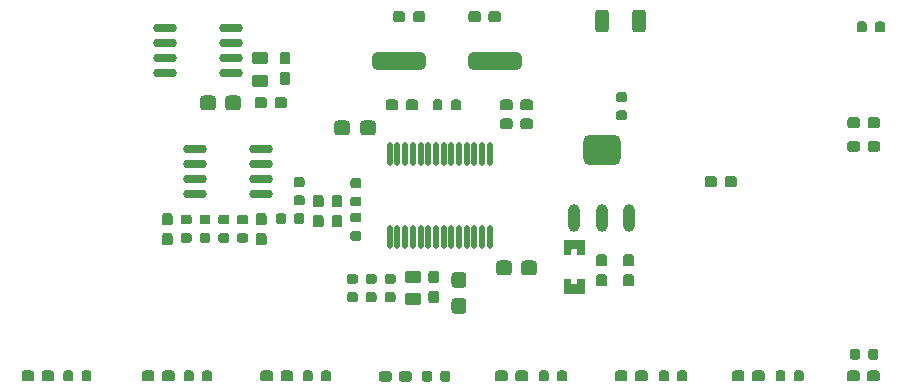
<source format=gtp>
G04 Layer_Color=8421504*
%FSLAX24Y24*%
%MOIN*%
G70*
G01*
G75*
%ADD15O,0.0800X0.0295*%
G04:AMPARAMS|DCode=16|XSize=54mil|YSize=50mil|CornerRadius=12.5mil|HoleSize=0mil|Usage=FLASHONLY|Rotation=0.000|XOffset=0mil|YOffset=0mil|HoleType=Round|Shape=RoundedRectangle|*
%AMROUNDEDRECTD16*
21,1,0.0540,0.0250,0,0,0.0*
21,1,0.0290,0.0500,0,0,0.0*
1,1,0.0250,0.0145,-0.0125*
1,1,0.0250,-0.0145,-0.0125*
1,1,0.0250,-0.0145,0.0125*
1,1,0.0250,0.0145,0.0125*
%
%ADD16ROUNDEDRECTD16*%
G04:AMPARAMS|DCode=17|XSize=55.1mil|YSize=41.3mil|CornerRadius=10.3mil|HoleSize=0mil|Usage=FLASHONLY|Rotation=180.000|XOffset=0mil|YOffset=0mil|HoleType=Round|Shape=RoundedRectangle|*
%AMROUNDEDRECTD17*
21,1,0.0551,0.0207,0,0,180.0*
21,1,0.0344,0.0413,0,0,180.0*
1,1,0.0207,-0.0172,0.0103*
1,1,0.0207,0.0172,0.0103*
1,1,0.0207,0.0172,-0.0103*
1,1,0.0207,-0.0172,-0.0103*
%
%ADD17ROUNDEDRECTD17*%
G04:AMPARAMS|DCode=18|XSize=54mil|YSize=50mil|CornerRadius=12.5mil|HoleSize=0mil|Usage=FLASHONLY|Rotation=90.000|XOffset=0mil|YOffset=0mil|HoleType=Round|Shape=RoundedRectangle|*
%AMROUNDEDRECTD18*
21,1,0.0540,0.0250,0,0,90.0*
21,1,0.0290,0.0500,0,0,90.0*
1,1,0.0250,0.0125,0.0145*
1,1,0.0250,0.0125,-0.0145*
1,1,0.0250,-0.0125,-0.0145*
1,1,0.0250,-0.0125,0.0145*
%
%ADD18ROUNDEDRECTD18*%
%ADD20O,0.0394X0.0925*%
G04:AMPARAMS|DCode=21|XSize=128mil|YSize=102.4mil|CornerRadius=25.6mil|HoleSize=0mil|Usage=FLASHONLY|Rotation=0.000|XOffset=0mil|YOffset=0mil|HoleType=Round|Shape=RoundedRectangle|*
%AMROUNDEDRECTD21*
21,1,0.1280,0.0512,0,0,0.0*
21,1,0.0768,0.1024,0,0,0.0*
1,1,0.0512,0.0384,-0.0256*
1,1,0.0512,-0.0384,-0.0256*
1,1,0.0512,-0.0384,0.0256*
1,1,0.0512,0.0384,0.0256*
%
%ADD21ROUNDEDRECTD21*%
%ADD22O,0.0177X0.0787*%
G04:AMPARAMS|DCode=23|XSize=59.1mil|YSize=177.2mil|CornerRadius=14.8mil|HoleSize=0mil|Usage=FLASHONLY|Rotation=90.000|XOffset=0mil|YOffset=0mil|HoleType=Round|Shape=RoundedRectangle|*
%AMROUNDEDRECTD23*
21,1,0.0591,0.1476,0,0,90.0*
21,1,0.0295,0.1772,0,0,90.0*
1,1,0.0295,0.0738,0.0148*
1,1,0.0295,0.0738,-0.0148*
1,1,0.0295,-0.0738,-0.0148*
1,1,0.0295,-0.0738,0.0148*
%
%ADD23ROUNDEDRECTD23*%
G04:AMPARAMS|DCode=24|XSize=47.2mil|YSize=74.8mil|CornerRadius=11.8mil|HoleSize=0mil|Usage=FLASHONLY|Rotation=0.000|XOffset=0mil|YOffset=0mil|HoleType=Round|Shape=RoundedRectangle|*
%AMROUNDEDRECTD24*
21,1,0.0472,0.0512,0,0,0.0*
21,1,0.0236,0.0748,0,0,0.0*
1,1,0.0236,0.0118,-0.0256*
1,1,0.0236,-0.0118,-0.0256*
1,1,0.0236,-0.0118,0.0256*
1,1,0.0236,0.0118,0.0256*
%
%ADD24ROUNDEDRECTD24*%
G36*
X39141Y21164D02*
X39171Y21144D01*
X39191Y21114D01*
X39198Y21079D01*
Y20849D01*
X39191Y20814D01*
X39171Y20784D01*
X39141Y20764D01*
X39106Y20757D01*
X38926D01*
X38891Y20764D01*
X38861Y20784D01*
X38841Y20814D01*
X38834Y20849D01*
Y21079D01*
X38841Y21114D01*
X38861Y21144D01*
X38891Y21164D01*
X38926Y21171D01*
X39106D01*
X39141Y21164D01*
D02*
G37*
G36*
X53773Y19230D02*
X53799Y19213D01*
X53817Y19186D01*
X53823Y19155D01*
Y18955D01*
X53817Y18924D01*
X53799Y18897D01*
X53773Y18880D01*
X53741Y18874D01*
X53581D01*
X53550Y18880D01*
X53524Y18897D01*
X53506Y18924D01*
X53500Y18955D01*
Y19155D01*
X53506Y19186D01*
X53524Y19213D01*
X53550Y19230D01*
X53581Y19237D01*
X53741D01*
X53773Y19230D01*
D02*
G37*
G36*
X53163D02*
X53189Y19213D01*
X53207Y19186D01*
X53213Y19155D01*
Y18955D01*
X53207Y18924D01*
X53189Y18897D01*
X53163Y18880D01*
X53131Y18874D01*
X52971D01*
X52940Y18880D01*
X52914Y18897D01*
X52896Y18924D01*
X52890Y18955D01*
Y19155D01*
X52896Y19186D01*
X52914Y19213D01*
X52940Y19230D01*
X52971Y19237D01*
X53131D01*
X53163Y19230D01*
D02*
G37*
G36*
X37690Y21110D02*
X37717Y21093D01*
X37734Y21066D01*
X37741Y21035D01*
Y20875D01*
X37734Y20844D01*
X37717Y20817D01*
X37690Y20799D01*
X37659Y20793D01*
X37459D01*
X37428Y20799D01*
X37401Y20817D01*
X37384Y20844D01*
X37377Y20875D01*
Y21035D01*
X37384Y21066D01*
X37401Y21093D01*
X37428Y21110D01*
X37459Y21116D01*
X37659D01*
X37690Y21110D01*
D02*
G37*
G36*
X37060D02*
X37087Y21093D01*
X37104Y21066D01*
X37111Y21035D01*
Y20875D01*
X37104Y20844D01*
X37087Y20817D01*
X37060Y20799D01*
X37029Y20793D01*
X36829D01*
X36798Y20799D01*
X36771Y20817D01*
X36754Y20844D01*
X36748Y20875D01*
Y21035D01*
X36754Y21066D01*
X36771Y21093D01*
X36798Y21110D01*
X36829Y21116D01*
X37029D01*
X37060Y21110D01*
D02*
G37*
G36*
X36430D02*
X36457Y21093D01*
X36475Y21066D01*
X36481Y21035D01*
Y20875D01*
X36475Y20844D01*
X36457Y20817D01*
X36430Y20799D01*
X36399Y20793D01*
X36199D01*
X36168Y20799D01*
X36142Y20817D01*
X36124Y20844D01*
X36118Y20875D01*
Y21035D01*
X36124Y21066D01*
X36142Y21093D01*
X36168Y21110D01*
X36199Y21116D01*
X36399D01*
X36430Y21110D01*
D02*
G37*
G36*
X50682Y18502D02*
X50709Y18484D01*
X50726Y18458D01*
X50733Y18427D01*
Y18227D01*
X50726Y18196D01*
X50709Y18169D01*
X50682Y18151D01*
X50651Y18145D01*
X50491D01*
X50460Y18151D01*
X50433Y18169D01*
X50416Y18196D01*
X50409Y18227D01*
Y18427D01*
X50416Y18458D01*
X50433Y18484D01*
X50460Y18502D01*
X50491Y18508D01*
X50651D01*
X50682Y18502D01*
D02*
G37*
G36*
X47404D02*
X47431Y18484D01*
X47449Y18458D01*
X47455Y18427D01*
Y18227D01*
X47449Y18196D01*
X47431Y18169D01*
X47404Y18151D01*
X47373Y18145D01*
X47213D01*
X47182Y18151D01*
X47156Y18169D01*
X47138Y18196D01*
X47132Y18227D01*
Y18427D01*
X47138Y18458D01*
X47156Y18484D01*
X47182Y18502D01*
X47213Y18508D01*
X47373D01*
X47404Y18502D01*
D02*
G37*
G36*
X46794D02*
X46821Y18484D01*
X46839Y18458D01*
X46845Y18427D01*
Y18227D01*
X46839Y18196D01*
X46821Y18169D01*
X46794Y18151D01*
X46763Y18145D01*
X46603D01*
X46572Y18151D01*
X46546Y18169D01*
X46528Y18196D01*
X46522Y18227D01*
Y18427D01*
X46528Y18458D01*
X46546Y18484D01*
X46572Y18502D01*
X46603Y18508D01*
X46763D01*
X46794Y18502D01*
D02*
G37*
G36*
X27552Y18502D02*
X27578Y18484D01*
X27596Y18458D01*
X27602Y18427D01*
Y18227D01*
X27596Y18196D01*
X27578Y18169D01*
X27552Y18151D01*
X27521Y18145D01*
X27361D01*
X27330Y18151D01*
X27303Y18169D01*
X27285Y18196D01*
X27279Y18227D01*
Y18427D01*
X27285Y18458D01*
X27303Y18484D01*
X27330Y18502D01*
X27361Y18508D01*
X27521D01*
X27552Y18502D01*
D02*
G37*
G36*
X26942D02*
X26969Y18484D01*
X26986Y18458D01*
X26992Y18427D01*
Y18227D01*
X26986Y18196D01*
X26969Y18169D01*
X26942Y18151D01*
X26911Y18145D01*
X26751D01*
X26720Y18151D01*
X26693Y18169D01*
X26675Y18196D01*
X26669Y18227D01*
Y18427D01*
X26675Y18458D01*
X26693Y18484D01*
X26720Y18502D01*
X26751Y18508D01*
X26911D01*
X26942Y18502D01*
D02*
G37*
G36*
X51292Y18502D02*
X51319Y18484D01*
X51336Y18458D01*
X51343Y18427D01*
Y18227D01*
X51336Y18196D01*
X51319Y18169D01*
X51292Y18151D01*
X51261Y18145D01*
X51101D01*
X51070Y18151D01*
X51043Y18169D01*
X51026Y18196D01*
X51019Y18227D01*
Y18427D01*
X51026Y18458D01*
X51043Y18484D01*
X51070Y18502D01*
X51101Y18508D01*
X51261D01*
X51292Y18502D01*
D02*
G37*
G36*
X45637Y22385D02*
X45667Y22365D01*
X45687Y22336D01*
X45694Y22300D01*
Y22070D01*
X45687Y22035D01*
X45667Y22006D01*
X45637Y21986D01*
X45602Y21979D01*
X45422D01*
X45387Y21986D01*
X45357Y22006D01*
X45337Y22035D01*
X45330Y22070D01*
Y22300D01*
X45337Y22336D01*
X45357Y22365D01*
X45387Y22385D01*
X45422Y22392D01*
X45602D01*
X45637Y22385D01*
D02*
G37*
G36*
X44731D02*
X44761Y22365D01*
X44781Y22336D01*
X44788Y22300D01*
Y22070D01*
X44781Y22035D01*
X44761Y22006D01*
X44731Y21986D01*
X44696Y21979D01*
X44516D01*
X44481Y21986D01*
X44451Y22006D01*
X44432Y22035D01*
X44425Y22070D01*
Y22300D01*
X44432Y22336D01*
X44451Y22365D01*
X44481Y22385D01*
X44516Y22392D01*
X44696D01*
X44731Y22385D01*
D02*
G37*
G36*
X39141Y21834D02*
X39171Y21814D01*
X39191Y21784D01*
X39198Y21749D01*
Y21519D01*
X39191Y21484D01*
X39171Y21454D01*
X39141Y21434D01*
X39106Y21427D01*
X38926D01*
X38891Y21434D01*
X38861Y21454D01*
X38841Y21484D01*
X38834Y21519D01*
Y21749D01*
X38841Y21784D01*
X38861Y21814D01*
X38891Y21834D01*
X38926Y21841D01*
X39106D01*
X39141Y21834D01*
D02*
G37*
G36*
X33383Y23083D02*
X33413Y23063D01*
X33433Y23034D01*
X33440Y22998D01*
Y22768D01*
X33433Y22733D01*
X33413Y22704D01*
X33383Y22684D01*
X33348Y22677D01*
X33168D01*
X33133Y22684D01*
X33103Y22704D01*
X33083Y22733D01*
X33076Y22768D01*
Y22998D01*
X33083Y23034D01*
X33103Y23063D01*
X33133Y23083D01*
X33168Y23090D01*
X33348D01*
X33383Y23083D01*
D02*
G37*
G36*
X30253Y23083D02*
X30283Y23063D01*
X30303Y23034D01*
X30310Y22998D01*
Y22768D01*
X30303Y22733D01*
X30283Y22704D01*
X30253Y22684D01*
X30218Y22677D01*
X30038D01*
X30003Y22684D01*
X29973Y22704D01*
X29953Y22733D01*
X29946Y22768D01*
Y22998D01*
X29953Y23034D01*
X29973Y23063D01*
X30003Y23083D01*
X30038Y23090D01*
X30218D01*
X30253Y23083D01*
D02*
G37*
G36*
X44052Y22866D02*
X44061Y22845D01*
Y22392D01*
X44052Y22371D01*
X44032Y22363D01*
X43829D01*
X43808Y22371D01*
X43799Y22392D01*
Y22530D01*
X43791Y22551D01*
X43770Y22559D01*
X43632D01*
X43611Y22551D01*
X43602Y22530D01*
Y22392D01*
X43594Y22371D01*
X43573Y22363D01*
X43370D01*
X43349Y22371D01*
X43341Y22392D01*
Y22845D01*
X43349Y22866D01*
X43370Y22874D01*
X44032D01*
X44052Y22866D01*
D02*
G37*
G36*
Y21566D02*
X44061Y21545D01*
Y21092D01*
X44052Y21071D01*
X44032Y21063D01*
X43370D01*
X43349Y21071D01*
X43341Y21092D01*
Y21545D01*
X43349Y21566D01*
X43370Y21574D01*
X43573D01*
X43594Y21566D01*
X43602Y21545D01*
Y21407D01*
X43611Y21386D01*
X43632Y21378D01*
X43770D01*
X43791Y21386D01*
X43799Y21407D01*
Y21545D01*
X43808Y21566D01*
X43829Y21574D01*
X44032D01*
X44052Y21566D01*
D02*
G37*
G36*
X45637Y21715D02*
X45667Y21695D01*
X45687Y21666D01*
X45694Y21630D01*
Y21400D01*
X45687Y21365D01*
X45667Y21336D01*
X45637Y21316D01*
X45602Y21309D01*
X45422D01*
X45387Y21316D01*
X45357Y21336D01*
X45337Y21365D01*
X45330Y21400D01*
Y21630D01*
X45337Y21666D01*
X45357Y21695D01*
X45387Y21715D01*
X45422Y21722D01*
X45602D01*
X45637Y21715D01*
D02*
G37*
G36*
X44731D02*
X44761Y21695D01*
X44781Y21666D01*
X44788Y21630D01*
Y21400D01*
X44781Y21365D01*
X44761Y21336D01*
X44731Y21316D01*
X44696Y21309D01*
X44516D01*
X44481Y21316D01*
X44451Y21336D01*
X44432Y21365D01*
X44425Y21400D01*
Y21630D01*
X44432Y21666D01*
X44451Y21695D01*
X44481Y21715D01*
X44516Y21722D01*
X44696D01*
X44731Y21715D01*
D02*
G37*
G36*
X37690Y21720D02*
X37717Y21703D01*
X37734Y21676D01*
X37741Y21645D01*
Y21485D01*
X37734Y21454D01*
X37717Y21427D01*
X37690Y21409D01*
X37659Y21403D01*
X37459D01*
X37428Y21409D01*
X37401Y21427D01*
X37384Y21454D01*
X37377Y21485D01*
Y21645D01*
X37384Y21676D01*
X37401Y21703D01*
X37428Y21720D01*
X37459Y21726D01*
X37659D01*
X37690Y21720D01*
D02*
G37*
G36*
X37060D02*
X37087Y21703D01*
X37104Y21676D01*
X37111Y21645D01*
Y21485D01*
X37104Y21454D01*
X37087Y21427D01*
X37060Y21409D01*
X37029Y21403D01*
X36829D01*
X36798Y21409D01*
X36771Y21427D01*
X36754Y21454D01*
X36748Y21485D01*
Y21645D01*
X36754Y21676D01*
X36771Y21703D01*
X36798Y21720D01*
X36829Y21726D01*
X37029D01*
X37060Y21720D01*
D02*
G37*
G36*
X36430D02*
X36457Y21703D01*
X36475Y21676D01*
X36481Y21645D01*
Y21485D01*
X36475Y21454D01*
X36457Y21427D01*
X36430Y21409D01*
X36399Y21403D01*
X36199D01*
X36168Y21409D01*
X36142Y21427D01*
X36124Y21454D01*
X36118Y21485D01*
Y21645D01*
X36124Y21676D01*
X36142Y21703D01*
X36168Y21720D01*
X36199Y21726D01*
X36399D01*
X36430Y21720D01*
D02*
G37*
G36*
X41419Y18502D02*
X41449Y18482D01*
X41469Y18452D01*
X41476Y18417D01*
Y18237D01*
X41469Y18202D01*
X41449Y18172D01*
X41419Y18152D01*
X41384Y18145D01*
X41154D01*
X41119Y18152D01*
X41089Y18172D01*
X41070Y18202D01*
X41063Y18237D01*
Y18417D01*
X41070Y18452D01*
X41089Y18482D01*
X41119Y18502D01*
X41154Y18509D01*
X41384D01*
X41419Y18502D01*
D02*
G37*
G36*
X34265D02*
X34294Y18482D01*
X34314Y18452D01*
X34321Y18417D01*
Y18237D01*
X34314Y18202D01*
X34294Y18172D01*
X34265Y18152D01*
X34230Y18145D01*
X34000D01*
X33964Y18152D01*
X33935Y18172D01*
X33915Y18202D01*
X33908Y18237D01*
Y18417D01*
X33915Y18452D01*
X33935Y18482D01*
X33964Y18502D01*
X34000Y18509D01*
X34230D01*
X34265Y18502D01*
D02*
G37*
G36*
X33595D02*
X33624Y18482D01*
X33644Y18452D01*
X33651Y18417D01*
Y18237D01*
X33644Y18202D01*
X33624Y18172D01*
X33595Y18152D01*
X33560Y18145D01*
X33330D01*
X33294Y18152D01*
X33265Y18172D01*
X33245Y18202D01*
X33238Y18237D01*
Y18417D01*
X33245Y18452D01*
X33265Y18482D01*
X33294Y18502D01*
X33330Y18509D01*
X33560D01*
X33595Y18502D01*
D02*
G37*
G36*
X46086D02*
X46115Y18482D01*
X46135Y18452D01*
X46142Y18417D01*
Y18237D01*
X46135Y18202D01*
X46115Y18172D01*
X46086Y18152D01*
X46050Y18145D01*
X45820D01*
X45785Y18152D01*
X45756Y18172D01*
X45736Y18202D01*
X45729Y18237D01*
Y18417D01*
X45736Y18452D01*
X45756Y18482D01*
X45785Y18502D01*
X45820Y18509D01*
X46050D01*
X46086Y18502D01*
D02*
G37*
G36*
X45416D02*
X45445Y18482D01*
X45465Y18452D01*
X45472Y18417D01*
Y18237D01*
X45465Y18202D01*
X45445Y18172D01*
X45416Y18152D01*
X45380Y18145D01*
X45150D01*
X45115Y18152D01*
X45086Y18172D01*
X45066Y18202D01*
X45059Y18237D01*
Y18417D01*
X45066Y18452D01*
X45086Y18482D01*
X45115Y18502D01*
X45150Y18509D01*
X45380D01*
X45416Y18502D01*
D02*
G37*
G36*
X42089D02*
X42119Y18482D01*
X42139Y18452D01*
X42146Y18417D01*
Y18237D01*
X42139Y18202D01*
X42119Y18172D01*
X42089Y18152D01*
X42054Y18145D01*
X41824D01*
X41789Y18152D01*
X41759Y18172D01*
X41740Y18202D01*
X41733Y18237D01*
Y18417D01*
X41740Y18452D01*
X41759Y18482D01*
X41789Y18502D01*
X41824Y18509D01*
X42054D01*
X42089Y18502D01*
D02*
G37*
G36*
X38901Y18492D02*
X38927Y18475D01*
X38945Y18448D01*
X38951Y18417D01*
Y18217D01*
X38945Y18186D01*
X38927Y18159D01*
X38901Y18142D01*
X38869Y18135D01*
X38709D01*
X38678Y18142D01*
X38652Y18159D01*
X38634Y18186D01*
X38628Y18217D01*
Y18417D01*
X38634Y18448D01*
X38652Y18475D01*
X38678Y18492D01*
X38709Y18499D01*
X38869D01*
X38901Y18492D01*
D02*
G37*
G36*
X38221Y18492D02*
X38251Y18472D01*
X38271Y18442D01*
X38278Y18407D01*
Y18227D01*
X38271Y18192D01*
X38251Y18162D01*
X38221Y18142D01*
X38186Y18135D01*
X37956D01*
X37921Y18142D01*
X37891Y18162D01*
X37871Y18192D01*
X37864Y18227D01*
Y18407D01*
X37871Y18442D01*
X37891Y18472D01*
X37921Y18492D01*
X37956Y18499D01*
X38186D01*
X38221Y18492D01*
D02*
G37*
G36*
X37551D02*
X37581Y18472D01*
X37601Y18442D01*
X37608Y18407D01*
Y18227D01*
X37601Y18192D01*
X37581Y18162D01*
X37551Y18142D01*
X37516Y18135D01*
X37286D01*
X37251Y18142D01*
X37221Y18162D01*
X37201Y18192D01*
X37194Y18227D01*
Y18407D01*
X37201Y18442D01*
X37221Y18472D01*
X37251Y18492D01*
X37286Y18499D01*
X37516D01*
X37551Y18492D01*
D02*
G37*
G36*
X30318Y18502D02*
X30348Y18482D01*
X30367Y18452D01*
X30374Y18417D01*
Y18237D01*
X30367Y18202D01*
X30348Y18172D01*
X30318Y18152D01*
X30283Y18145D01*
X30053D01*
X30018Y18152D01*
X29988Y18172D01*
X29968Y18202D01*
X29961Y18237D01*
Y18417D01*
X29968Y18452D01*
X29988Y18482D01*
X30018Y18502D01*
X30053Y18509D01*
X30283D01*
X30318Y18502D01*
D02*
G37*
G36*
X29648D02*
X29678Y18482D01*
X29697Y18452D01*
X29704Y18417D01*
Y18237D01*
X29697Y18202D01*
X29678Y18172D01*
X29648Y18152D01*
X29613Y18145D01*
X29383D01*
X29348Y18152D01*
X29318Y18172D01*
X29298Y18202D01*
X29291Y18237D01*
Y18417D01*
X29298Y18452D01*
X29318Y18482D01*
X29348Y18502D01*
X29383Y18509D01*
X29613D01*
X29648Y18502D01*
D02*
G37*
G36*
X39511Y18492D02*
X39537Y18475D01*
X39555Y18448D01*
X39561Y18417D01*
Y18217D01*
X39555Y18186D01*
X39537Y18159D01*
X39511Y18142D01*
X39479Y18135D01*
X39319D01*
X39288Y18142D01*
X39262Y18159D01*
X39244Y18186D01*
X39238Y18217D01*
Y18417D01*
X39244Y18448D01*
X39262Y18475D01*
X39288Y18492D01*
X39319Y18499D01*
X39479D01*
X39511Y18492D01*
D02*
G37*
G36*
X34924Y18502D02*
X34951Y18484D01*
X34968Y18458D01*
X34975Y18427D01*
Y18227D01*
X34968Y18196D01*
X34951Y18169D01*
X34924Y18151D01*
X34893Y18145D01*
X34733D01*
X34702Y18151D01*
X34675Y18169D01*
X34658Y18196D01*
X34652Y18227D01*
Y18427D01*
X34658Y18458D01*
X34675Y18484D01*
X34702Y18502D01*
X34733Y18508D01*
X34893D01*
X34924Y18502D01*
D02*
G37*
G36*
X31568D02*
X31594Y18484D01*
X31612Y18458D01*
X31618Y18427D01*
Y18227D01*
X31612Y18196D01*
X31594Y18169D01*
X31568Y18151D01*
X31537Y18145D01*
X31377D01*
X31345Y18151D01*
X31319Y18169D01*
X31301Y18196D01*
X31295Y18227D01*
Y18427D01*
X31301Y18458D01*
X31319Y18484D01*
X31345Y18502D01*
X31377Y18508D01*
X31537D01*
X31568Y18502D01*
D02*
G37*
G36*
X30958D02*
X30984Y18484D01*
X31002Y18458D01*
X31008Y18427D01*
Y18227D01*
X31002Y18196D01*
X30984Y18169D01*
X30958Y18151D01*
X30927Y18145D01*
X30767D01*
X30735Y18151D01*
X30709Y18169D01*
X30691Y18196D01*
X30685Y18227D01*
Y18427D01*
X30691Y18458D01*
X30709Y18484D01*
X30735Y18502D01*
X30767Y18508D01*
X30927D01*
X30958Y18502D01*
D02*
G37*
G36*
X43398D02*
X43425Y18484D01*
X43443Y18458D01*
X43449Y18427D01*
Y18227D01*
X43443Y18196D01*
X43425Y18169D01*
X43398Y18151D01*
X43367Y18145D01*
X43207D01*
X43176Y18151D01*
X43150Y18169D01*
X43132Y18196D01*
X43126Y18227D01*
Y18427D01*
X43132Y18458D01*
X43150Y18484D01*
X43176Y18502D01*
X43207Y18508D01*
X43367D01*
X43398Y18502D01*
D02*
G37*
G36*
X42789D02*
X42815Y18484D01*
X42833Y18458D01*
X42839Y18427D01*
Y18227D01*
X42833Y18196D01*
X42815Y18169D01*
X42789Y18151D01*
X42757Y18145D01*
X42597D01*
X42566Y18151D01*
X42540Y18169D01*
X42522Y18196D01*
X42516Y18227D01*
Y18427D01*
X42522Y18458D01*
X42540Y18484D01*
X42566Y18502D01*
X42597Y18508D01*
X42757D01*
X42789Y18502D01*
D02*
G37*
G36*
X35534D02*
X35561Y18484D01*
X35578Y18458D01*
X35585Y18427D01*
Y18227D01*
X35578Y18196D01*
X35561Y18169D01*
X35534Y18151D01*
X35503Y18145D01*
X35343D01*
X35312Y18151D01*
X35285Y18169D01*
X35268Y18196D01*
X35262Y18227D01*
Y18427D01*
X35268Y18458D01*
X35285Y18484D01*
X35312Y18502D01*
X35343Y18508D01*
X35503D01*
X35534Y18502D01*
D02*
G37*
G36*
X53152Y18502D02*
X53182Y18482D01*
X53201Y18452D01*
X53208Y18417D01*
Y18237D01*
X53201Y18202D01*
X53182Y18172D01*
X53152Y18152D01*
X53117Y18145D01*
X52887D01*
X52852Y18152D01*
X52822Y18172D01*
X52802Y18202D01*
X52795Y18237D01*
Y18417D01*
X52802Y18452D01*
X52822Y18482D01*
X52852Y18502D01*
X52887Y18509D01*
X53117D01*
X53152Y18502D01*
D02*
G37*
G36*
X49983D02*
X50013Y18482D01*
X50033Y18452D01*
X50040Y18417D01*
Y18237D01*
X50033Y18202D01*
X50013Y18172D01*
X49983Y18152D01*
X49948Y18145D01*
X49718D01*
X49683Y18152D01*
X49653Y18172D01*
X49633Y18202D01*
X49626Y18237D01*
Y18417D01*
X49633Y18452D01*
X49653Y18482D01*
X49683Y18502D01*
X49718Y18509D01*
X49948D01*
X49983Y18502D01*
D02*
G37*
G36*
X49313D02*
X49343Y18482D01*
X49363Y18452D01*
X49370Y18417D01*
Y18237D01*
X49363Y18202D01*
X49343Y18172D01*
X49313Y18152D01*
X49278Y18145D01*
X49048D01*
X49013Y18152D01*
X48983Y18172D01*
X48963Y18202D01*
X48956Y18237D01*
Y18417D01*
X48963Y18452D01*
X48983Y18482D01*
X49013Y18502D01*
X49048Y18509D01*
X49278D01*
X49313Y18502D01*
D02*
G37*
G36*
X26302Y18502D02*
X26332Y18482D01*
X26352Y18452D01*
X26359Y18417D01*
Y18237D01*
X26352Y18202D01*
X26332Y18172D01*
X26302Y18152D01*
X26267Y18145D01*
X26037D01*
X26002Y18152D01*
X25972Y18172D01*
X25952Y18202D01*
X25945Y18237D01*
Y18417D01*
X25952Y18452D01*
X25972Y18482D01*
X26002Y18502D01*
X26037Y18509D01*
X26267D01*
X26302Y18502D01*
D02*
G37*
G36*
X25632D02*
X25662Y18482D01*
X25682Y18452D01*
X25689Y18417D01*
Y18237D01*
X25682Y18202D01*
X25662Y18172D01*
X25632Y18152D01*
X25597Y18145D01*
X25367D01*
X25332Y18152D01*
X25302Y18172D01*
X25282Y18202D01*
X25275Y18237D01*
Y18417D01*
X25282Y18452D01*
X25302Y18482D01*
X25332Y18502D01*
X25367Y18509D01*
X25597D01*
X25632Y18502D01*
D02*
G37*
G36*
X53822Y18502D02*
X53851Y18482D01*
X53871Y18452D01*
X53878Y18417D01*
Y18237D01*
X53871Y18202D01*
X53851Y18172D01*
X53822Y18152D01*
X53787Y18145D01*
X53557D01*
X53521Y18152D01*
X53492Y18172D01*
X53472Y18202D01*
X53465Y18237D01*
Y18417D01*
X53472Y18452D01*
X53492Y18482D01*
X53521Y18502D01*
X53557Y18509D01*
X53787D01*
X53822Y18502D01*
D02*
G37*
G36*
X42257Y27536D02*
X42287Y27516D01*
X42306Y27486D01*
X42313Y27451D01*
Y27271D01*
X42306Y27236D01*
X42287Y27206D01*
X42257Y27187D01*
X42222Y27180D01*
X41992D01*
X41957Y27187D01*
X41927Y27206D01*
X41907Y27236D01*
X41900Y27271D01*
Y27451D01*
X41907Y27486D01*
X41927Y27516D01*
X41957Y27536D01*
X41992Y27543D01*
X42222D01*
X42257Y27536D01*
D02*
G37*
G36*
X41587D02*
X41617Y27516D01*
X41636Y27486D01*
X41643Y27451D01*
Y27271D01*
X41636Y27236D01*
X41617Y27206D01*
X41587Y27187D01*
X41552Y27180D01*
X41322D01*
X41287Y27187D01*
X41257Y27206D01*
X41237Y27236D01*
X41230Y27271D01*
Y27451D01*
X41237Y27486D01*
X41257Y27516D01*
X41287Y27536D01*
X41322Y27543D01*
X41552D01*
X41587Y27536D01*
D02*
G37*
G36*
X45407Y27173D02*
X45433Y27156D01*
X45451Y27129D01*
X45457Y27098D01*
Y26938D01*
X45451Y26907D01*
X45433Y26880D01*
X45407Y26862D01*
X45376Y26856D01*
X45176D01*
X45144Y26862D01*
X45118Y26880D01*
X45100Y26907D01*
X45094Y26938D01*
Y27098D01*
X45100Y27129D01*
X45118Y27156D01*
X45144Y27173D01*
X45176Y27179D01*
X45376D01*
X45407Y27173D01*
D02*
G37*
G36*
X39255Y27538D02*
X39281Y27520D01*
X39299Y27493D01*
X39305Y27462D01*
Y27262D01*
X39299Y27231D01*
X39281Y27205D01*
X39255Y27187D01*
X39224Y27181D01*
X39064D01*
X39033Y27187D01*
X39006Y27205D01*
X38988Y27231D01*
X38982Y27262D01*
Y27462D01*
X38988Y27493D01*
X39006Y27520D01*
X39033Y27538D01*
X39064Y27544D01*
X39224D01*
X39255Y27538D01*
D02*
G37*
G36*
X38438Y27537D02*
X38468Y27517D01*
X38488Y27487D01*
X38495Y27452D01*
Y27272D01*
X38488Y27237D01*
X38468Y27207D01*
X38438Y27187D01*
X38403Y27180D01*
X38173D01*
X38138Y27187D01*
X38108Y27207D01*
X38088Y27237D01*
X38081Y27272D01*
Y27452D01*
X38088Y27487D01*
X38108Y27517D01*
X38138Y27537D01*
X38173Y27544D01*
X38403D01*
X38438Y27537D01*
D02*
G37*
G36*
X37768D02*
X37798Y27517D01*
X37818Y27487D01*
X37825Y27452D01*
Y27272D01*
X37818Y27237D01*
X37798Y27207D01*
X37768Y27187D01*
X37733Y27180D01*
X37503D01*
X37468Y27187D01*
X37438Y27207D01*
X37418Y27237D01*
X37411Y27272D01*
Y27452D01*
X37418Y27487D01*
X37438Y27517D01*
X37468Y27537D01*
X37503Y27544D01*
X37733D01*
X37768Y27537D01*
D02*
G37*
G36*
X41587Y26907D02*
X41617Y26887D01*
X41636Y26857D01*
X41643Y26822D01*
Y26642D01*
X41636Y26607D01*
X41617Y26577D01*
X41587Y26558D01*
X41552Y26551D01*
X41322D01*
X41287Y26558D01*
X41257Y26577D01*
X41237Y26607D01*
X41230Y26642D01*
Y26822D01*
X41237Y26857D01*
X41257Y26887D01*
X41287Y26907D01*
X41322Y26914D01*
X41552D01*
X41587Y26907D01*
D02*
G37*
G36*
X53832Y26159D02*
X53861Y26139D01*
X53881Y26109D01*
X53888Y26074D01*
Y25894D01*
X53881Y25859D01*
X53861Y25829D01*
X53832Y25809D01*
X53796Y25802D01*
X53566D01*
X53531Y25809D01*
X53502Y25829D01*
X53482Y25859D01*
X53475Y25894D01*
Y26074D01*
X53482Y26109D01*
X53502Y26139D01*
X53531Y26159D01*
X53566Y26166D01*
X53796D01*
X53832Y26159D01*
D02*
G37*
G36*
X53162D02*
X53191Y26139D01*
X53211Y26109D01*
X53218Y26074D01*
Y25894D01*
X53211Y25859D01*
X53191Y25829D01*
X53162Y25809D01*
X53126Y25802D01*
X52896D01*
X52861Y25809D01*
X52832Y25829D01*
X52812Y25859D01*
X52805Y25894D01*
Y26074D01*
X52812Y26109D01*
X52832Y26139D01*
X52861Y26159D01*
X52896Y26166D01*
X53126D01*
X53162Y26159D01*
D02*
G37*
G36*
X53832Y26946D02*
X53861Y26927D01*
X53881Y26897D01*
X53888Y26862D01*
Y26682D01*
X53881Y26647D01*
X53861Y26617D01*
X53832Y26597D01*
X53796Y26590D01*
X53566D01*
X53531Y26597D01*
X53502Y26617D01*
X53482Y26647D01*
X53475Y26682D01*
Y26862D01*
X53482Y26897D01*
X53502Y26927D01*
X53531Y26946D01*
X53566Y26953D01*
X53796D01*
X53832Y26946D01*
D02*
G37*
G36*
X53162D02*
X53191Y26927D01*
X53211Y26897D01*
X53218Y26862D01*
Y26682D01*
X53211Y26647D01*
X53191Y26617D01*
X53162Y26597D01*
X53126Y26590D01*
X52896D01*
X52861Y26597D01*
X52832Y26617D01*
X52812Y26647D01*
X52805Y26682D01*
Y26862D01*
X52812Y26897D01*
X52832Y26927D01*
X52861Y26946D01*
X52896Y26953D01*
X53126D01*
X53162Y26946D01*
D02*
G37*
G36*
X42257Y26907D02*
X42287Y26887D01*
X42306Y26857D01*
X42313Y26822D01*
Y26642D01*
X42306Y26607D01*
X42287Y26577D01*
X42257Y26558D01*
X42222Y26551D01*
X41992D01*
X41957Y26558D01*
X41927Y26577D01*
X41907Y26607D01*
X41900Y26642D01*
Y26822D01*
X41907Y26857D01*
X41927Y26887D01*
X41957Y26907D01*
X41992Y26914D01*
X42222D01*
X42257Y26907D01*
D02*
G37*
G36*
X38004Y30490D02*
X38034Y30470D01*
X38054Y30440D01*
X38061Y30405D01*
Y30225D01*
X38054Y30190D01*
X38034Y30160D01*
X38004Y30140D01*
X37969Y30133D01*
X37739D01*
X37704Y30140D01*
X37674Y30160D01*
X37654Y30190D01*
X37647Y30225D01*
Y30405D01*
X37654Y30440D01*
X37674Y30470D01*
X37704Y30490D01*
X37739Y30497D01*
X37969D01*
X38004Y30490D01*
D02*
G37*
G36*
X53999Y30136D02*
X54025Y30118D01*
X54043Y30092D01*
X54049Y30061D01*
Y29861D01*
X54043Y29829D01*
X54025Y29803D01*
X53999Y29785D01*
X53968Y29779D01*
X53808D01*
X53776Y29785D01*
X53750Y29803D01*
X53732Y29829D01*
X53726Y29861D01*
Y30061D01*
X53732Y30092D01*
X53750Y30118D01*
X53776Y30136D01*
X53808Y30142D01*
X53968D01*
X53999Y30136D01*
D02*
G37*
G36*
X53389D02*
X53415Y30118D01*
X53433Y30092D01*
X53439Y30061D01*
Y29861D01*
X53433Y29829D01*
X53415Y29803D01*
X53389Y29785D01*
X53358Y29779D01*
X53198D01*
X53166Y29785D01*
X53140Y29803D01*
X53122Y29829D01*
X53116Y29861D01*
Y30061D01*
X53122Y30092D01*
X53140Y30118D01*
X53166Y30136D01*
X53198Y30142D01*
X53358D01*
X53389Y30136D01*
D02*
G37*
G36*
X41194Y30490D02*
X41224Y30470D01*
X41243Y30440D01*
X41250Y30405D01*
Y30225D01*
X41243Y30190D01*
X41224Y30160D01*
X41194Y30140D01*
X41159Y30133D01*
X40929D01*
X40894Y30140D01*
X40864Y30160D01*
X40844Y30190D01*
X40837Y30225D01*
Y30405D01*
X40844Y30440D01*
X40864Y30470D01*
X40894Y30490D01*
X40929Y30497D01*
X41159D01*
X41194Y30490D01*
D02*
G37*
G36*
X40524D02*
X40554Y30470D01*
X40573Y30440D01*
X40580Y30405D01*
Y30225D01*
X40573Y30190D01*
X40554Y30160D01*
X40524Y30140D01*
X40489Y30133D01*
X40259D01*
X40224Y30140D01*
X40194Y30160D01*
X40174Y30190D01*
X40167Y30225D01*
Y30405D01*
X40174Y30440D01*
X40194Y30470D01*
X40224Y30490D01*
X40259Y30497D01*
X40489D01*
X40524Y30490D01*
D02*
G37*
G36*
X38674D02*
X38704Y30470D01*
X38724Y30440D01*
X38731Y30405D01*
Y30225D01*
X38724Y30190D01*
X38704Y30160D01*
X38674Y30140D01*
X38639Y30133D01*
X38409D01*
X38374Y30140D01*
X38344Y30160D01*
X38324Y30190D01*
X38317Y30225D01*
Y30405D01*
X38324Y30440D01*
X38344Y30470D01*
X38374Y30490D01*
X38409Y30497D01*
X38639D01*
X38674Y30490D01*
D02*
G37*
G36*
X34068Y27616D02*
X34098Y27596D01*
X34117Y27566D01*
X34124Y27531D01*
Y27351D01*
X34117Y27316D01*
X34098Y27286D01*
X34068Y27266D01*
X34033Y27259D01*
X33803D01*
X33768Y27266D01*
X33738Y27286D01*
X33718Y27316D01*
X33711Y27351D01*
Y27531D01*
X33718Y27566D01*
X33738Y27596D01*
X33768Y27616D01*
X33803Y27623D01*
X34033D01*
X34068Y27616D01*
D02*
G37*
G36*
X33398D02*
X33428Y27596D01*
X33447Y27566D01*
X33454Y27531D01*
Y27351D01*
X33447Y27316D01*
X33428Y27286D01*
X33398Y27266D01*
X33363Y27259D01*
X33133D01*
X33098Y27266D01*
X33068Y27286D01*
X33048Y27316D01*
X33041Y27351D01*
Y27531D01*
X33048Y27566D01*
X33068Y27596D01*
X33098Y27616D01*
X33133Y27623D01*
X33363D01*
X33398Y27616D01*
D02*
G37*
G36*
X39865Y27538D02*
X39892Y27520D01*
X39909Y27493D01*
X39915Y27462D01*
Y27262D01*
X39909Y27231D01*
X39892Y27205D01*
X39865Y27187D01*
X39834Y27181D01*
X39674D01*
X39643Y27187D01*
X39616Y27205D01*
X39598Y27231D01*
X39592Y27262D01*
Y27462D01*
X39598Y27493D01*
X39616Y27520D01*
X39643Y27538D01*
X39674Y27544D01*
X39834D01*
X39865Y27538D01*
D02*
G37*
G36*
X34180Y29117D02*
X34210Y29098D01*
X34230Y29068D01*
X34237Y29033D01*
Y28803D01*
X34230Y28768D01*
X34210Y28738D01*
X34180Y28718D01*
X34145Y28711D01*
X33965D01*
X33930Y28718D01*
X33900Y28738D01*
X33880Y28768D01*
X33873Y28803D01*
Y29033D01*
X33880Y29068D01*
X33900Y29098D01*
X33930Y29117D01*
X33965Y29124D01*
X34145D01*
X34180Y29117D01*
D02*
G37*
G36*
Y28447D02*
X34210Y28428D01*
X34230Y28398D01*
X34237Y28363D01*
Y28133D01*
X34230Y28098D01*
X34210Y28068D01*
X34180Y28048D01*
X34145Y28041D01*
X33965D01*
X33930Y28048D01*
X33900Y28068D01*
X33880Y28098D01*
X33873Y28133D01*
Y28363D01*
X33880Y28398D01*
X33900Y28428D01*
X33930Y28447D01*
X33965Y28454D01*
X34145D01*
X34180Y28447D01*
D02*
G37*
G36*
X45407Y27783D02*
X45433Y27766D01*
X45451Y27739D01*
X45457Y27708D01*
Y27548D01*
X45451Y27517D01*
X45433Y27490D01*
X45407Y27472D01*
X45376Y27466D01*
X45176D01*
X45144Y27472D01*
X45118Y27490D01*
X45100Y27517D01*
X45094Y27548D01*
Y27708D01*
X45100Y27739D01*
X45118Y27766D01*
X45144Y27783D01*
X45176Y27789D01*
X45376D01*
X45407Y27783D01*
D02*
G37*
G36*
X33383Y23753D02*
X33413Y23733D01*
X33433Y23704D01*
X33440Y23668D01*
Y23438D01*
X33433Y23403D01*
X33413Y23374D01*
X33383Y23354D01*
X33348Y23347D01*
X33168D01*
X33133Y23354D01*
X33103Y23374D01*
X33083Y23403D01*
X33076Y23438D01*
Y23668D01*
X33083Y23704D01*
X33103Y23733D01*
X33133Y23753D01*
X33168Y23760D01*
X33348D01*
X33383Y23753D01*
D02*
G37*
G36*
X30253Y23753D02*
X30283Y23733D01*
X30303Y23704D01*
X30310Y23668D01*
Y23438D01*
X30303Y23403D01*
X30283Y23374D01*
X30253Y23354D01*
X30218Y23347D01*
X30038D01*
X30003Y23354D01*
X29973Y23374D01*
X29953Y23403D01*
X29946Y23438D01*
Y23668D01*
X29953Y23704D01*
X29973Y23733D01*
X30003Y23753D01*
X30038Y23760D01*
X30218D01*
X30253Y23753D01*
D02*
G37*
G36*
X35913Y23684D02*
X35942Y23664D01*
X35962Y23634D01*
X35969Y23599D01*
Y23369D01*
X35962Y23334D01*
X35942Y23304D01*
X35913Y23284D01*
X35877Y23277D01*
X35697D01*
X35662Y23284D01*
X35633Y23304D01*
X35613Y23334D01*
X35606Y23369D01*
Y23599D01*
X35613Y23634D01*
X35633Y23664D01*
X35662Y23684D01*
X35697Y23691D01*
X35877D01*
X35913Y23684D01*
D02*
G37*
G36*
X32149Y23699D02*
X32175Y23681D01*
X32193Y23654D01*
X32199Y23623D01*
Y23463D01*
X32193Y23432D01*
X32175Y23406D01*
X32149Y23388D01*
X32118Y23382D01*
X31918D01*
X31886Y23388D01*
X31860Y23406D01*
X31842Y23432D01*
X31836Y23463D01*
Y23623D01*
X31842Y23654D01*
X31860Y23681D01*
X31886Y23699D01*
X31918Y23705D01*
X32118D01*
X32149Y23699D01*
D02*
G37*
G36*
X30889D02*
X30916Y23681D01*
X30933Y23654D01*
X30939Y23623D01*
Y23463D01*
X30933Y23432D01*
X30916Y23406D01*
X30889Y23388D01*
X30858Y23382D01*
X30658D01*
X30627Y23388D01*
X30600Y23406D01*
X30583Y23432D01*
X30576Y23463D01*
Y23623D01*
X30583Y23654D01*
X30600Y23681D01*
X30627Y23699D01*
X30658Y23705D01*
X30858D01*
X30889Y23699D01*
D02*
G37*
G36*
X31519Y23698D02*
X31545Y23681D01*
X31563Y23654D01*
X31569Y23623D01*
Y23463D01*
X31563Y23432D01*
X31545Y23405D01*
X31519Y23388D01*
X31488Y23381D01*
X31288D01*
X31257Y23388D01*
X31230Y23405D01*
X31212Y23432D01*
X31206Y23463D01*
Y23623D01*
X31212Y23654D01*
X31230Y23681D01*
X31257Y23698D01*
X31288Y23705D01*
X31488D01*
X31519Y23698D01*
D02*
G37*
G36*
X32149Y23089D02*
X32175Y23071D01*
X32193Y23044D01*
X32199Y23013D01*
Y22853D01*
X32193Y22822D01*
X32175Y22796D01*
X32149Y22778D01*
X32118Y22772D01*
X31918D01*
X31886Y22778D01*
X31860Y22796D01*
X31842Y22822D01*
X31836Y22853D01*
Y23013D01*
X31842Y23044D01*
X31860Y23071D01*
X31886Y23089D01*
X31918Y23095D01*
X32118D01*
X32149Y23089D01*
D02*
G37*
G36*
X30889D02*
X30916Y23071D01*
X30933Y23044D01*
X30939Y23013D01*
Y22853D01*
X30933Y22822D01*
X30916Y22796D01*
X30889Y22778D01*
X30858Y22772D01*
X30658D01*
X30627Y22778D01*
X30600Y22796D01*
X30583Y22822D01*
X30576Y22853D01*
Y23013D01*
X30583Y23044D01*
X30600Y23071D01*
X30627Y23089D01*
X30658Y23095D01*
X30858D01*
X30889Y23089D01*
D02*
G37*
G36*
X31519Y23088D02*
X31545Y23071D01*
X31563Y23044D01*
X31569Y23013D01*
Y22853D01*
X31563Y22822D01*
X31545Y22795D01*
X31519Y22778D01*
X31488Y22771D01*
X31288D01*
X31257Y22778D01*
X31230Y22795D01*
X31212Y22822D01*
X31206Y22853D01*
Y23013D01*
X31212Y23044D01*
X31230Y23071D01*
X31257Y23088D01*
X31288Y23095D01*
X31488D01*
X31519Y23088D01*
D02*
G37*
G36*
X35283Y23684D02*
X35312Y23664D01*
X35332Y23634D01*
X35339Y23599D01*
Y23369D01*
X35332Y23334D01*
X35312Y23304D01*
X35283Y23284D01*
X35247Y23277D01*
X35067D01*
X35032Y23284D01*
X35003Y23304D01*
X34983Y23334D01*
X34976Y23369D01*
Y23599D01*
X34983Y23634D01*
X35003Y23664D01*
X35032Y23684D01*
X35067Y23691D01*
X35247D01*
X35283Y23684D01*
D02*
G37*
G36*
X36549Y23157D02*
X36575Y23140D01*
X36593Y23113D01*
X36599Y23082D01*
Y22922D01*
X36593Y22891D01*
X36575Y22864D01*
X36549Y22847D01*
X36517Y22841D01*
X36317D01*
X36286Y22847D01*
X36260Y22864D01*
X36242Y22891D01*
X36236Y22922D01*
Y23082D01*
X36242Y23113D01*
X36260Y23140D01*
X36286Y23157D01*
X36317Y23164D01*
X36517D01*
X36549Y23157D01*
D02*
G37*
G36*
X32769Y23089D02*
X32795Y23071D01*
X32813Y23044D01*
X32819Y23013D01*
Y22853D01*
X32813Y22822D01*
X32795Y22796D01*
X32769Y22778D01*
X32738Y22772D01*
X32538D01*
X32507Y22778D01*
X32480Y22796D01*
X32462Y22822D01*
X32456Y22853D01*
Y23013D01*
X32462Y23044D01*
X32480Y23071D01*
X32507Y23089D01*
X32538Y23095D01*
X32738D01*
X32769Y23089D01*
D02*
G37*
G36*
X36549Y24909D02*
X36575Y24892D01*
X36593Y24865D01*
X36599Y24834D01*
Y24674D01*
X36593Y24643D01*
X36575Y24616D01*
X36549Y24598D01*
X36517Y24592D01*
X36317D01*
X36286Y24598D01*
X36260Y24616D01*
X36242Y24643D01*
X36236Y24674D01*
Y24834D01*
X36242Y24865D01*
X36260Y24892D01*
X36286Y24909D01*
X36317Y24915D01*
X36517D01*
X36549Y24909D01*
D02*
G37*
G36*
X34659Y24339D02*
X34685Y24321D01*
X34703Y24294D01*
X34709Y24263D01*
Y24103D01*
X34703Y24072D01*
X34685Y24046D01*
X34659Y24028D01*
X34628Y24022D01*
X34428D01*
X34396Y24028D01*
X34370Y24046D01*
X34352Y24072D01*
X34346Y24103D01*
Y24263D01*
X34352Y24294D01*
X34370Y24321D01*
X34396Y24339D01*
X34428Y24345D01*
X34628D01*
X34659Y24339D01*
D02*
G37*
G36*
X36549Y24299D02*
X36575Y24281D01*
X36593Y24255D01*
X36599Y24224D01*
Y24064D01*
X36593Y24033D01*
X36575Y24006D01*
X36549Y23988D01*
X36517Y23982D01*
X36317D01*
X36286Y23988D01*
X36260Y24006D01*
X36242Y24033D01*
X36236Y24064D01*
Y24224D01*
X36242Y24255D01*
X36260Y24281D01*
X36286Y24299D01*
X36317Y24305D01*
X36517D01*
X36549Y24299D01*
D02*
G37*
G36*
X34659Y24949D02*
X34685Y24931D01*
X34703Y24904D01*
X34709Y24873D01*
Y24713D01*
X34703Y24682D01*
X34685Y24656D01*
X34659Y24638D01*
X34628Y24632D01*
X34428D01*
X34396Y24638D01*
X34370Y24656D01*
X34352Y24682D01*
X34346Y24713D01*
Y24873D01*
X34352Y24904D01*
X34370Y24931D01*
X34396Y24949D01*
X34428Y24955D01*
X34628D01*
X34659Y24949D01*
D02*
G37*
G36*
X49068Y24978D02*
X49098Y24958D01*
X49117Y24928D01*
X49124Y24893D01*
Y24713D01*
X49117Y24678D01*
X49098Y24648D01*
X49068Y24628D01*
X49033Y24621D01*
X48803D01*
X48768Y24628D01*
X48738Y24648D01*
X48718Y24678D01*
X48711Y24713D01*
Y24893D01*
X48718Y24928D01*
X48738Y24958D01*
X48768Y24978D01*
X48803Y24985D01*
X49033D01*
X49068Y24978D01*
D02*
G37*
G36*
X48398D02*
X48428Y24958D01*
X48447Y24928D01*
X48454Y24893D01*
Y24713D01*
X48447Y24678D01*
X48428Y24648D01*
X48398Y24628D01*
X48363Y24621D01*
X48133D01*
X48098Y24628D01*
X48068Y24648D01*
X48048Y24678D01*
X48041Y24713D01*
Y24893D01*
X48048Y24928D01*
X48068Y24958D01*
X48098Y24978D01*
X48133Y24985D01*
X48363D01*
X48398Y24978D01*
D02*
G37*
G36*
X34639Y23758D02*
X34665Y23740D01*
X34683Y23714D01*
X34689Y23683D01*
Y23483D01*
X34683Y23451D01*
X34665Y23425D01*
X34639Y23407D01*
X34607Y23401D01*
X34447D01*
X34416Y23407D01*
X34390Y23425D01*
X34372Y23451D01*
X34366Y23483D01*
Y23683D01*
X34372Y23714D01*
X34390Y23740D01*
X34416Y23758D01*
X34447Y23764D01*
X34607D01*
X34639Y23758D01*
D02*
G37*
G36*
X34029D02*
X34055Y23740D01*
X34073Y23714D01*
X34079Y23683D01*
Y23483D01*
X34073Y23451D01*
X34055Y23425D01*
X34029Y23407D01*
X33997Y23401D01*
X33837D01*
X33806Y23407D01*
X33780Y23425D01*
X33762Y23451D01*
X33756Y23483D01*
Y23683D01*
X33762Y23714D01*
X33780Y23740D01*
X33806Y23758D01*
X33837Y23764D01*
X33997D01*
X34029Y23758D01*
D02*
G37*
G36*
X32769Y23699D02*
X32795Y23681D01*
X32813Y23654D01*
X32819Y23623D01*
Y23463D01*
X32813Y23432D01*
X32795Y23406D01*
X32769Y23388D01*
X32738Y23382D01*
X32538D01*
X32507Y23388D01*
X32480Y23406D01*
X32462Y23432D01*
X32456Y23463D01*
Y23623D01*
X32462Y23654D01*
X32480Y23681D01*
X32507Y23699D01*
X32538Y23705D01*
X32738D01*
X32769Y23699D01*
D02*
G37*
G36*
X35913Y24354D02*
X35942Y24334D01*
X35962Y24304D01*
X35969Y24269D01*
Y24039D01*
X35962Y24004D01*
X35942Y23974D01*
X35913Y23954D01*
X35877Y23947D01*
X35697D01*
X35662Y23954D01*
X35633Y23974D01*
X35613Y24004D01*
X35606Y24039D01*
Y24269D01*
X35613Y24304D01*
X35633Y24334D01*
X35662Y24354D01*
X35697Y24361D01*
X35877D01*
X35913Y24354D01*
D02*
G37*
G36*
X35283D02*
X35312Y24334D01*
X35332Y24304D01*
X35339Y24269D01*
Y24039D01*
X35332Y24004D01*
X35312Y23974D01*
X35283Y23954D01*
X35247Y23947D01*
X35067D01*
X35032Y23954D01*
X35003Y23974D01*
X34983Y24004D01*
X34976Y24039D01*
Y24269D01*
X34983Y24304D01*
X35003Y24334D01*
X35032Y24354D01*
X35067Y24361D01*
X35247D01*
X35283Y24354D01*
D02*
G37*
G36*
X36549Y23767D02*
X36575Y23750D01*
X36593Y23723D01*
X36599Y23692D01*
Y23532D01*
X36593Y23501D01*
X36575Y23474D01*
X36549Y23457D01*
X36517Y23451D01*
X36317D01*
X36286Y23457D01*
X36260Y23474D01*
X36242Y23501D01*
X36236Y23532D01*
Y23692D01*
X36242Y23723D01*
X36260Y23750D01*
X36286Y23767D01*
X36317Y23774D01*
X36517D01*
X36549Y23767D01*
D02*
G37*
D15*
X33263Y24906D02*
D03*
X31063D02*
D03*
X33263Y24406D02*
D03*
X31063D02*
D03*
X33263Y25906D02*
D03*
Y25406D02*
D03*
X31063D02*
D03*
Y25906D02*
D03*
X32239Y28921D02*
D03*
X30039D02*
D03*
X32239Y28421D02*
D03*
X30039D02*
D03*
X32239Y29921D02*
D03*
Y29421D02*
D03*
X30039D02*
D03*
Y29921D02*
D03*
D16*
X32336Y27441D02*
D03*
X31496D02*
D03*
X42179Y21929D02*
D03*
X41339D02*
D03*
X35971Y26575D02*
D03*
X36811D02*
D03*
D17*
X33228Y28917D02*
D03*
Y28169D02*
D03*
X38307Y21634D02*
D03*
Y20886D02*
D03*
D18*
X39843Y21509D02*
D03*
Y20669D02*
D03*
D20*
X43701Y23583D02*
D03*
X45512D02*
D03*
X44606D02*
D03*
D21*
Y25866D02*
D03*
D22*
X39085Y25709D02*
D03*
X39341D02*
D03*
X37549D02*
D03*
X37805D02*
D03*
X38061D02*
D03*
X38317D02*
D03*
X38573D02*
D03*
X38829D02*
D03*
X40876D02*
D03*
X39596D02*
D03*
X39852D02*
D03*
X40108D02*
D03*
X40364D02*
D03*
X40620D02*
D03*
X39341Y22953D02*
D03*
X39085D02*
D03*
X38829D02*
D03*
X38573D02*
D03*
X38317D02*
D03*
X38061D02*
D03*
X37805D02*
D03*
X37549D02*
D03*
X40876D02*
D03*
X40620D02*
D03*
X40364D02*
D03*
X40108D02*
D03*
X39852D02*
D03*
X39596D02*
D03*
D23*
X37854Y28819D02*
D03*
X41063D02*
D03*
D24*
X44606Y30157D02*
D03*
X45866D02*
D03*
M02*

</source>
